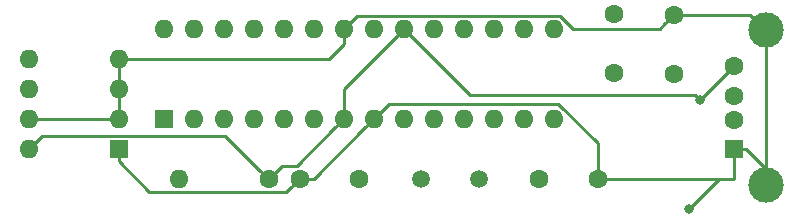
<source format=gbl>
G04 #@! TF.GenerationSoftware,KiCad,Pcbnew,5.1.5*
G04 #@! TF.CreationDate,2020-02-20T08:26:26-05:00*
G04 #@! TF.ProjectId,bluefish-hardware,626c7565-6669-4736-982d-686172647761,rev?*
G04 #@! TF.SameCoordinates,Original*
G04 #@! TF.FileFunction,Copper,L2,Bot*
G04 #@! TF.FilePolarity,Positive*
%FSLAX46Y46*%
G04 Gerber Fmt 4.6, Leading zero omitted, Abs format (unit mm)*
G04 Created by KiCad (PCBNEW 5.1.5) date 2020-02-20 08:26:26*
%MOMM*%
%LPD*%
G04 APERTURE LIST*
%ADD10C,1.600000*%
%ADD11C,3.000000*%
%ADD12R,1.600000X1.600000*%
%ADD13O,1.600000X1.600000*%
%ADD14C,1.500000*%
%ADD15C,0.800000*%
%ADD16C,0.250000*%
G04 APERTURE END LIST*
D10*
X184150000Y-87630000D03*
X184150000Y-92630000D03*
X157560000Y-101600000D03*
X162560000Y-101600000D03*
X177800000Y-101600000D03*
X182800000Y-101600000D03*
X189230000Y-87710000D03*
X189230000Y-92710000D03*
D11*
X197020000Y-88990000D03*
X197020000Y-102130000D03*
D12*
X194310000Y-99060000D03*
D10*
X194310000Y-96560000D03*
X194310000Y-94560000D03*
X194310000Y-92060000D03*
X154940000Y-101600000D03*
D13*
X147320000Y-101600000D03*
D12*
X146050000Y-96520000D03*
D13*
X179070000Y-88900000D03*
X148590000Y-96520000D03*
X176530000Y-88900000D03*
X151130000Y-96520000D03*
X173990000Y-88900000D03*
X153670000Y-96520000D03*
X171450000Y-88900000D03*
X156210000Y-96520000D03*
X168910000Y-88900000D03*
X158750000Y-96520000D03*
X166370000Y-88900000D03*
X161290000Y-96520000D03*
X163830000Y-88900000D03*
X163830000Y-96520000D03*
X161290000Y-88900000D03*
X166370000Y-96520000D03*
X158750000Y-88900000D03*
X168910000Y-96520000D03*
X156210000Y-88900000D03*
X171450000Y-96520000D03*
X153670000Y-88900000D03*
X173990000Y-96520000D03*
X151130000Y-88900000D03*
X176530000Y-96520000D03*
X148590000Y-88900000D03*
X179070000Y-96520000D03*
X146050000Y-88900000D03*
D12*
X142240000Y-99060000D03*
D13*
X134620000Y-91440000D03*
X142240000Y-96520000D03*
X134620000Y-93980000D03*
X142240000Y-93980000D03*
X134620000Y-96520000D03*
X142240000Y-91440000D03*
X134620000Y-99060000D03*
D14*
X172720000Y-101600000D03*
X167840000Y-101600000D03*
D15*
X190500000Y-104140000D03*
X191445000Y-94925000D03*
D16*
X197020000Y-88990000D02*
X197020000Y-102130000D01*
X197020000Y-100720000D02*
X197020000Y-102130000D01*
X195360000Y-99060000D02*
X197020000Y-100720000D01*
X194310000Y-99060000D02*
X195360000Y-99060000D01*
X194310000Y-99060000D02*
X194310000Y-101600000D01*
X182800000Y-98584998D02*
X179465002Y-95250000D01*
X182800000Y-101600000D02*
X182800000Y-98584998D01*
X165100000Y-95250000D02*
X163830000Y-96520000D01*
X179465002Y-95250000D02*
X165100000Y-95250000D01*
X163030001Y-97319999D02*
X163830000Y-96520000D01*
X158750000Y-101600000D02*
X163030001Y-97319999D01*
X157560000Y-101600000D02*
X158750000Y-101600000D01*
X195740000Y-87710000D02*
X197020000Y-88990000D01*
X189230000Y-87710000D02*
X195740000Y-87710000D01*
X179610001Y-87774999D02*
X180735002Y-88900000D01*
X188040000Y-88900000D02*
X188430001Y-88509999D01*
X162415001Y-87774999D02*
X179610001Y-87774999D01*
X188430001Y-88509999D02*
X189230000Y-87710000D01*
X180735002Y-88900000D02*
X188040000Y-88900000D01*
X161290000Y-88900000D02*
X162415001Y-87774999D01*
X193040000Y-101600000D02*
X190500000Y-104140000D01*
X193040000Y-101600000D02*
X182800000Y-101600000D01*
X194310000Y-101600000D02*
X193040000Y-101600000D01*
X190500000Y-104140000D02*
X190500000Y-104140000D01*
X156434999Y-102725001D02*
X156760001Y-102399999D01*
X156760001Y-102399999D02*
X157560000Y-101600000D01*
X144855001Y-102725001D02*
X156434999Y-102725001D01*
X142240000Y-100110000D02*
X144855001Y-102725001D01*
X142240000Y-99060000D02*
X142240000Y-100110000D01*
X142240000Y-91440000D02*
X142240000Y-93980000D01*
X142240000Y-93980000D02*
X142240000Y-96520000D01*
X142240000Y-96520000D02*
X134620000Y-96520000D01*
X142240000Y-91440000D02*
X160020000Y-91440000D01*
X161290000Y-90170000D02*
X161290000Y-88900000D01*
X160020000Y-91440000D02*
X161290000Y-90170000D01*
X156065001Y-100474999D02*
X157335001Y-100474999D01*
X160490001Y-97319999D02*
X161290000Y-96520000D01*
X157335001Y-100474999D02*
X160490001Y-97319999D01*
X154940000Y-101600000D02*
X156065001Y-100474999D01*
X161290000Y-93980000D02*
X166370000Y-88900000D01*
X161290000Y-96520000D02*
X161290000Y-93980000D01*
X154140001Y-100800001D02*
X154940000Y-101600000D01*
X151274999Y-97934999D02*
X154140001Y-100800001D01*
X135745001Y-97934999D02*
X151274999Y-97934999D01*
X134620000Y-99060000D02*
X135745001Y-97934999D01*
X194310000Y-92060000D02*
X191445000Y-94925000D01*
X167169999Y-89699999D02*
X166370000Y-88900000D01*
X191045001Y-94525001D02*
X171995001Y-94525001D01*
X171995001Y-94525001D02*
X167169999Y-89699999D01*
X191445000Y-94925000D02*
X191045001Y-94525001D01*
M02*

</source>
